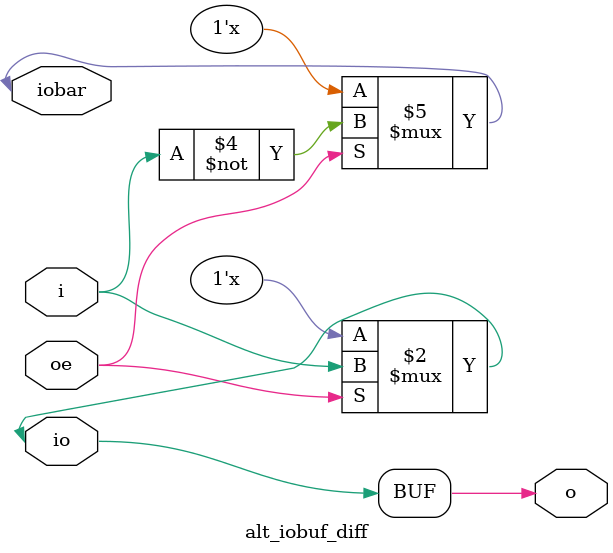
<source format=v>

module alt_iobuf_diff (
// INTERFACE BEGIN
	i,
	oe,
    o,
	io,
	iobar
// INTERFACE END
);

//Simulation only parameter
parameter io_standard = "none";
parameter current_strength = "none";
parameter location = "none";
parameter slow_slew_rate = "off";
parameter enable_bus_hold = "off";
parameter weak_pull_up_resistor = "off";
parameter termination = "none";

//Input Ports Declaration
input i;
input oe;
//Output Ports Declaration
output o;
inout io;
inout iobar;

//IMPLEMENTATION BEGIN
assign o = io;
assign io = (oe == 1'b1) ? i : 1'bz; 
assign iobar = (oe == 1'b1) ? ~i : 1'bz; 

// IMPLEMENTATION END
endmodule
// MODEL END

</source>
